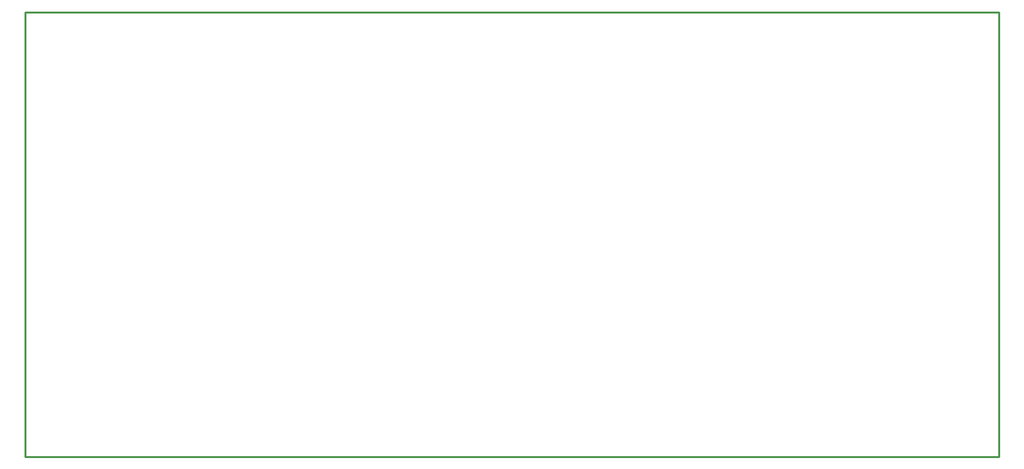
<source format=gko>
G04 Layer: BoardOutlineLayer*
G04 EasyEDA v6.5.34, 2023-09-06 22:51:59*
G04 a86b413e394c4c25ad92b8d6a36629b7,5a6b42c53f6a479593ecc07194224c93,10*
G04 Gerber Generator version 0.2*
G04 Scale: 100 percent, Rotated: No, Reflected: No *
G04 Dimensions in millimeters *
G04 leading zeros omitted , absolute positions ,4 integer and 5 decimal *
%FSLAX45Y45*%
%MOMM*%

%ADD10C,0.2540*%
D10*
X12788874Y5841484D02*
G01*
X12788874Y-502D01*
X0Y5841497D02*
G01*
X12788874Y5841484D01*
X12788874Y-502D01*
X0Y0D01*
X0Y5841497D01*
X0Y502D02*
G01*
X0Y5842000D01*

%LPD*%
M02*

</source>
